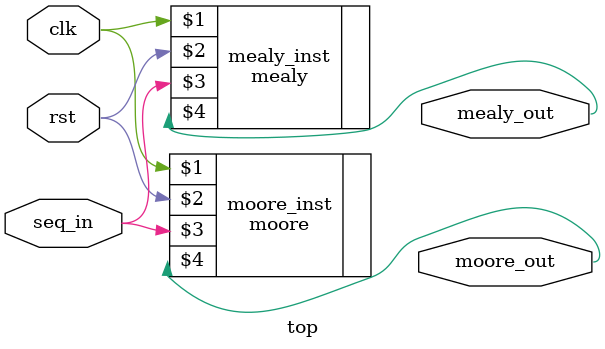
<source format=sv>
module top (
  input clk, rst, 
  input seq_in,
  output moore_out, mealy_out);

  moore moore_inst (clk, rst, seq_in, moore_out);
  mealy mealy_inst (clk, rst, seq_in, mealy_out);    
endmodule
</source>
